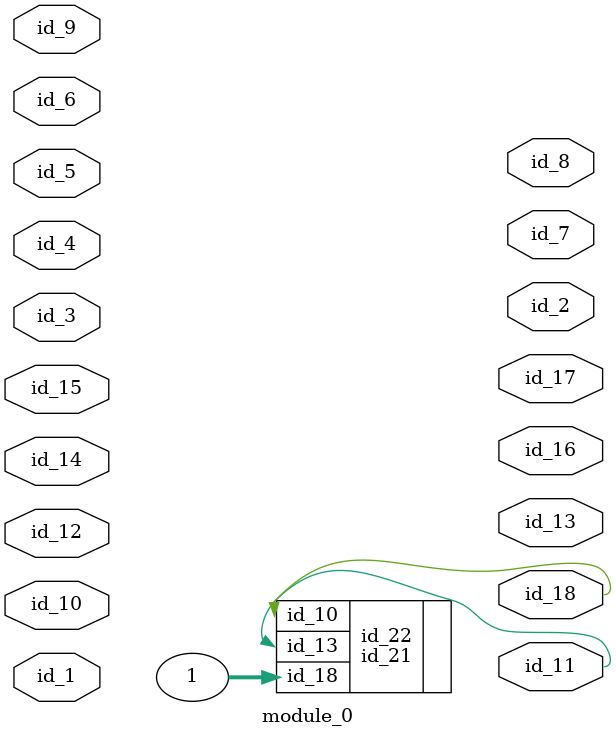
<source format=v>
module module_0 (
    id_1,
    id_2,
    id_3,
    id_4,
    id_5,
    id_6,
    id_7,
    id_8,
    id_9,
    id_10,
    id_11,
    id_12,
    id_13,
    id_14,
    id_15,
    id_16,
    id_17,
    id_18
);
  output id_18;
  output id_17;
  output id_16;
  input id_15;
  input id_14;
  output id_13;
  input id_12;
  output id_11;
  input id_10;
  input id_9;
  output id_8;
  output id_7;
  input id_6;
  input id_5;
  input id_4;
  input id_3;
  output id_2;
  input id_1;
  id_19 id_20 (
      .id_14(id_10),
      .id_9 (id_4)
  );
  id_21 id_22 (
      .id_13(id_11),
      .id_18(1),
      .id_10(id_18)
  );
endmodule

</source>
